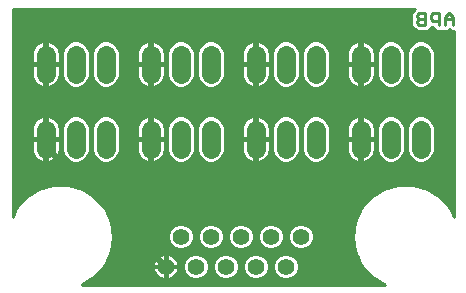
<source format=gbl>
From 3f74740bec4e1e3a9e168d84ae314b1e76705b4f Mon Sep 17 00:00:00 2001
From: Nicolas Schodet
Date: Thu, 7 Apr 2011 02:48:09 +0200
Subject: digital: batchpcb order

---
 .../pcb/orders/batchpcb_2011-04-06/spoke-basic.GBL | 2587 ++++++++++++++++++++
 1 file changed, 2587 insertions(+)
 create mode 100644 digital/io-hub/pcb/orders/batchpcb_2011-04-06/spoke-basic.GBL

(limited to 'digital/io-hub/pcb/orders/batchpcb_2011-04-06/spoke-basic.GBL')

diff --git a/digital/io-hub/pcb/orders/batchpcb_2011-04-06/spoke-basic.GBL b/digital/io-hub/pcb/orders/batchpcb_2011-04-06/spoke-basic.GBL
new file mode 100644
index 00000000..813d1d85
--- /dev/null
+++ b/digital/io-hub/pcb/orders/batchpcb_2011-04-06/spoke-basic.GBL
@@ -0,0 +1,2587 @@
+G75*
+G70*
+%OFA0B0*%
+%FSLAX24Y24*%
+%IPPOS*%
+%LPD*%
+%AMOC8*
+5,1,8,0,0,1.08239X$1,22.5*
+%
+%ADD10C,0.0100*%
+%ADD11C,0.0560*%
+%ADD12C,0.0634*%
+%ADD13C,0.0200*%
+D10*
+X002600Y000674D02*
+X002628Y000682D01*
+X002628Y000682D01*
+X003047Y000952D01*
+X003373Y001328D01*
+X003580Y001781D01*
+X003651Y002274D01*
+X003580Y002767D01*
+X003373Y003220D01*
+X003373Y003220D01*
+X003047Y003597D01*
+X002628Y003866D01*
+X002150Y004006D01*
+X001652Y004006D01*
+X001174Y003866D01*
+X000755Y003597D01*
+X000755Y003597D01*
+X000429Y003220D01*
+X000301Y002940D01*
+X000301Y009874D01*
+X013728Y009874D01*
+X013712Y009858D01*
+X013595Y009741D01*
+X013595Y009674D01*
+X013595Y009540D01*
+X013595Y009474D01*
+X013595Y009474D01*
+X013595Y009390D01*
+X013595Y009308D01*
+X013596Y009307D01*
+X013712Y009191D01*
+X013779Y009124D01*
+X013861Y009124D01*
+X014144Y009124D01*
+X014262Y009241D01*
+X014262Y009258D01*
+X014322Y009258D01*
+X014322Y009241D01*
+X014439Y009124D01*
+X014605Y009124D01*
+X014619Y009138D01*
+X014633Y009124D01*
+X014798Y009124D01*
+X014849Y009175D01*
+X014899Y009124D01*
+X015001Y009124D01*
+X015001Y002940D01*
+X014873Y003220D01*
+X014873Y003220D01*
+X014547Y003597D01*
+X014128Y003866D01*
+X013650Y004006D01*
+X013152Y004006D01*
+X012674Y003866D01*
+X012255Y003597D01*
+X012255Y003597D01*
+X012255Y003597D01*
+X011929Y003220D01*
+X011722Y002767D01*
+X011651Y002274D01*
+X011722Y001781D01*
+X011929Y001328D01*
+X012255Y000952D01*
+X012255Y000952D01*
+X012674Y000682D01*
+X012702Y000674D01*
+X002600Y000674D01*
+X002689Y000721D02*
+X012614Y000721D01*
+X012674Y000682D02*
+X012674Y000682D01*
+X012460Y000820D02*
+X002842Y000820D01*
+X002995Y000918D02*
+X005159Y000918D01*
+X005176Y000906D02*
+X005121Y000946D01*
+X005073Y000994D01*
+X005033Y001049D01*
+X005003Y001109D01*
+X004982Y001173D01*
+X004971Y001240D01*
+X004971Y001244D01*
+X005371Y001244D01*
+X005371Y001304D01*
+X004971Y001304D01*
+X004971Y001308D01*
+X004982Y001375D01*
+X005003Y001439D01*
+X005033Y001499D01*
+X005073Y001554D01*
+X005121Y001602D01*
+X005176Y001642D01*
+X005236Y001673D01*
+X005300Y001693D01*
+X005367Y001704D01*
+X005371Y001704D01*
+X005371Y001304D01*
+X005431Y001304D01*
+X005431Y001704D01*
+X005435Y001704D01*
+X005502Y001693D01*
+X005566Y001673D01*
+X005627Y001642D01*
+X005681Y001602D01*
+X005729Y001554D01*
+X005769Y001499D01*
+X005800Y001439D01*
+X005821Y001375D01*
+X005831Y001308D01*
+X005831Y001304D01*
+X005431Y001304D01*
+X005431Y001244D01*
+X005431Y000844D01*
+X005435Y000844D01*
+X005502Y000855D01*
+X005566Y000876D01*
+X005627Y000906D01*
+X005681Y000946D01*
+X005729Y000994D01*
+X005769Y001049D01*
+X005800Y001109D01*
+X005821Y001173D01*
+X005831Y001240D01*
+X005831Y001244D01*
+X005431Y001244D01*
+X005371Y001244D01*
+X005371Y000844D01*
+X005367Y000844D01*
+X005300Y000855D01*
+X005236Y000876D01*
+X005176Y000906D01*
+X005057Y001017D02*
+X003104Y001017D01*
+X003047Y000952D02*
+X003047Y000952D01*
+X003047Y000952D01*
+X003189Y001115D02*
+X005001Y001115D01*
+X004975Y001214D02*
+X003274Y001214D01*
+X003360Y001312D02*
+X004972Y001312D01*
+X004994Y001411D02*
+X003411Y001411D01*
+X003373Y001328D02*
+X003373Y001328D01*
+X003456Y001510D02*
+X005041Y001510D01*
+X005129Y001608D02*
+X003501Y001608D01*
+X003546Y001707D02*
+X011756Y001707D01*
+X011722Y001781D02*
+X011722Y001781D01*
+X011719Y001805D02*
+X003584Y001805D01*
+X003580Y001781D02*
+X003580Y001781D01*
+X003598Y001904D02*
+X005672Y001904D01*
+X005658Y001910D02*
+X005816Y001844D01*
+X005987Y001844D01*
+X006145Y001910D01*
+X006266Y002031D01*
+X006331Y002189D01*
+X006331Y002360D01*
+X006266Y002518D01*
+X006145Y002639D01*
+X005987Y002704D01*
+X005816Y002704D01*
+X005658Y002639D01*
+X005537Y002518D01*
+X005471Y002360D01*
+X005471Y002189D01*
+X005537Y002031D01*
+X005658Y001910D01*
+X005565Y002002D02*
+X003612Y002002D01*
+X003626Y002101D02*
+X005508Y002101D01*
+X005471Y002199D02*
+X003640Y002199D01*
+X003648Y002298D02*
+X005471Y002298D01*
+X005486Y002396D02*
+X003634Y002396D01*
+X003619Y002495D02*
+X005527Y002495D01*
+X005613Y002594D02*
+X003605Y002594D01*
+X003591Y002692D02*
+X005787Y002692D01*
+X006016Y002692D02*
+X006787Y002692D01*
+X006816Y002704D02*
+X006658Y002639D01*
+X006537Y002518D01*
+X006471Y002360D01*
+X006471Y002189D01*
+X006537Y002031D01*
+X006658Y001910D01*
+X006816Y001844D01*
+X006987Y001844D01*
+X007145Y001910D01*
+X007266Y002031D01*
+X007331Y002189D01*
+X007331Y002360D01*
+X007266Y002518D01*
+X007145Y002639D01*
+X006987Y002704D01*
+X006816Y002704D01*
+X007016Y002692D02*
+X007787Y002692D01*
+X007816Y002704D02*
+X007658Y002639D01*
+X007537Y002518D01*
+X007471Y002360D01*
+X007471Y002189D01*
+X007537Y002031D01*
+X007658Y001910D01*
+X007816Y001844D01*
+X007987Y001844D01*
+X008145Y001910D01*
+X008266Y002031D01*
+X008331Y002189D01*
+X008331Y002360D01*
+X008266Y002518D01*
+X008145Y002639D01*
+X007987Y002704D01*
+X007816Y002704D01*
+X008016Y002692D02*
+X008787Y002692D01*
+X008816Y002704D02*
+X008658Y002639D01*
+X008537Y002518D01*
+X008471Y002360D01*
+X008471Y002189D01*
+X008537Y002031D01*
+X008658Y001910D01*
+X008816Y001844D01*
+X008987Y001844D01*
+X009145Y001910D01*
+X009266Y002031D01*
+X009331Y002189D01*
+X009331Y002360D01*
+X009266Y002518D01*
+X009145Y002639D01*
+X008987Y002704D01*
+X008816Y002704D01*
+X009016Y002692D02*
+X009787Y002692D01*
+X009816Y002704D02*
+X009658Y002639D01*
+X009537Y002518D01*
+X009471Y002360D01*
+X009471Y002189D01*
+X009537Y002031D01*
+X009658Y001910D01*
+X009816Y001844D01*
+X009987Y001844D01*
+X010145Y001910D01*
+X010266Y002031D01*
+X010331Y002189D01*
+X010331Y002360D01*
+X010266Y002518D01*
+X010145Y002639D01*
+X009987Y002704D01*
+X009816Y002704D01*
+X010016Y002692D02*
+X011711Y002692D01*
+X011722Y002767D02*
+X011722Y002767D01*
+X011733Y002791D02*
+X003570Y002791D01*
+X003580Y002767D02*
+X003580Y002767D01*
+X003525Y002889D02*
+X011778Y002889D01*
+X011823Y002988D02*
+X003480Y002988D01*
+X003435Y003086D02*
+X011868Y003086D01*
+X011913Y003185D02*
+X003390Y003185D01*
+X003319Y003283D02*
+X011984Y003283D01*
+X011929Y003220D02*
+X011929Y003220D01*
+X012069Y003382D02*
+X003233Y003382D01*
+X003148Y003480D02*
+X012154Y003480D01*
+X012240Y003579D02*
+X003063Y003579D01*
+X003047Y003597D02*
+X003047Y003597D01*
+X002921Y003677D02*
+X012381Y003677D01*
+X012534Y003776D02*
+X002768Y003776D01*
+X002628Y003866D02*
+X002628Y003866D01*
+X002599Y003875D02*
+X012704Y003875D01*
+X012674Y003866D02*
+X012674Y003866D01*
+X013039Y003973D02*
+X002263Y003973D01*
+X002150Y004006D02*
+X002150Y004006D01*
+X001652Y004006D02*
+X001652Y004006D01*
+X001539Y003973D02*
+X000301Y003973D01*
+X000301Y003875D02*
+X001204Y003875D01*
+X001174Y003866D02*
+X001174Y003866D01*
+X001034Y003776D02*
+X000301Y003776D01*
+X000301Y003677D02*
+X000881Y003677D01*
+X000740Y003579D02*
+X000301Y003579D01*
+X000301Y003480D02*
+X000654Y003480D01*
+X000569Y003382D02*
+X000301Y003382D01*
+X000301Y003283D02*
+X000484Y003283D01*
+X000413Y003185D02*
+X000301Y003185D01*
+X000301Y003086D02*
+X000368Y003086D01*
+X000323Y002988D02*
+X000301Y002988D01*
+X000301Y004072D02*
+X015001Y004072D01*
+X015001Y004170D02*
+X000301Y004170D01*
+X000301Y004269D02*
+X015001Y004269D01*
+X015001Y004367D02*
+X000301Y004367D01*
+X000301Y004466D02*
+X015001Y004466D01*
+X015001Y004564D02*
+X000301Y004564D01*
+X000301Y004663D02*
+X015001Y004663D01*
+X015001Y004761D02*
+X014045Y004761D01*
+X013994Y004740D02*
+X014166Y004811D01*
+X014297Y004943D01*
+X014368Y005114D01*
+X014368Y005934D01*
+X014297Y006105D01*
+X014166Y006237D01*
+X013994Y006308D01*
+X013808Y006308D01*
+X013637Y006237D01*
+X013505Y006105D01*
+X013434Y005934D01*
+X013434Y005114D01*
+X013505Y004943D01*
+X013637Y004811D01*
+X013808Y004740D01*
+X013994Y004740D01*
+X014214Y004860D02*
+X015001Y004860D01*
+X015001Y004959D02*
+X014303Y004959D01*
+X014344Y005057D02*
+X015001Y005057D01*
+X015001Y005156D02*
+X014368Y005156D01*
+X014368Y005254D02*
+X015001Y005254D01*
+X015001Y005353D02*
+X014368Y005353D01*
+X014368Y005451D02*
+X015001Y005451D01*
+X015001Y005550D02*
+X014368Y005550D01*
+X014368Y005648D02*
+X015001Y005648D01*
+X015001Y005747D02*
+X014368Y005747D01*
+X014368Y005845D02*
+X015001Y005845D01*
+X015001Y005944D02*
+X014364Y005944D01*
+X014323Y006043D02*
+X015001Y006043D01*
+X015001Y006141D02*
+X014261Y006141D01*
+X014159Y006240D02*
+X015001Y006240D01*
+X015001Y006338D02*
+X000301Y006338D01*
+X000301Y006240D02*
+X001156Y006240D01*
+X001097Y006197D01*
+X001045Y006145D01*
+X001002Y006086D01*
+X000969Y006020D01*
+X000946Y005950D01*
+X000934Y005878D01*
+X000934Y005573D01*
+X001352Y005573D01*
+X001352Y005476D01*
+X000934Y005476D01*
+X000934Y005170D01*
+X000946Y005098D01*
+X000969Y005028D01*
+X001002Y004963D01*
+X001045Y004903D01*
+X001097Y004851D01*
+X001156Y004808D01*
+X001222Y004775D01*
+X001292Y004752D01*
+X001353Y004742D01*
+X001353Y005475D01*
+X001450Y005475D01*
+X001450Y004742D01*
+X001511Y004752D01*
+X001580Y004775D01*
+X001646Y004808D01*
+X001705Y004851D01*
+X001757Y004903D01*
+X001800Y004963D01*
+X001834Y005028D01*
+X001856Y005098D01*
+X001868Y005170D01*
+X001868Y005476D01*
+X001450Y005476D01*
+X001450Y005573D01*
+X001353Y005573D01*
+X001353Y006306D01*
+X001292Y006296D01*
+X001222Y006274D01*
+X001156Y006240D01*
+X001042Y006141D02*
+X000301Y006141D01*
+X000301Y006043D02*
+X000980Y006043D01*
+X000945Y005944D02*
+X000301Y005944D01*
+X000301Y005845D02*
+X000934Y005845D01*
+X000934Y005747D02*
+X000301Y005747D01*
+X000301Y005648D02*
+X000934Y005648D01*
+X000934Y005451D02*
+X000301Y005451D01*
+X000301Y005353D02*
+X000934Y005353D01*
+X000934Y005254D02*
+X000301Y005254D01*
+X000301Y005156D02*
+X000937Y005156D01*
+X000959Y005057D02*
+X000301Y005057D01*
+X000301Y004959D02*
+X001005Y004959D01*
+X001088Y004860D02*
+X000301Y004860D01*
+X000301Y004761D02*
+X001262Y004761D01*
+X001353Y004761D02*
+X001450Y004761D01*
+X001540Y004761D02*
+X002257Y004761D01*
+X002308Y004740D02*
+X002137Y004811D01*
+X002005Y004943D01*
+X001934Y005114D01*
+X001934Y005934D01*
+X002005Y006105D01*
+X002137Y006237D01*
+X002308Y006308D01*
+X002494Y006308D01*
+X002666Y006237D01*
+X002797Y006105D01*
+X002868Y005934D01*
+X002868Y005114D01*
+X002797Y004943D01*
+X002666Y004811D01*
+X002494Y004740D01*
+X002308Y004740D01*
+X002545Y004761D02*
+X003257Y004761D01*
+X003308Y004740D02*
+X003494Y004740D01*
+X003666Y004811D01*
+X003797Y004943D01*
+X003868Y005114D01*
+X003868Y005934D01*
+X003797Y006105D01*
+X003666Y006237D01*
+X003494Y006308D01*
+X003308Y006308D01*
+X003137Y006237D01*
+X003005Y006105D01*
+X002934Y005934D01*
+X002934Y005114D01*
+X003005Y004943D01*
+X003137Y004811D01*
+X003308Y004740D01*
+X003088Y004860D02*
+X002714Y004860D01*
+X002803Y004959D02*
+X002999Y004959D01*
+X002958Y005057D02*
+X002844Y005057D01*
+X002868Y005156D02*
+X002934Y005156D01*
+X002934Y005254D02*
+X002868Y005254D01*
+X002868Y005353D02*
+X002934Y005353D01*
+X002934Y005451D02*
+X002868Y005451D01*
+X002868Y005550D02*
+X002934Y005550D01*
+X002934Y005648D02*
+X002868Y005648D01*
+X002868Y005747D02*
+X002934Y005747D01*
+X002934Y005845D02*
+X002868Y005845D01*
+X002864Y005944D02*
+X002939Y005944D01*
+X002979Y006043D02*
+X002823Y006043D01*
+X002761Y006141D02*
+X003041Y006141D01*
+X003144Y006240D02*
+X002659Y006240D01*
+X002144Y006240D02*
+X001647Y006240D01*
+X001646Y006240D02*
+X001580Y006274D01*
+X001511Y006296D01*
+X001450Y006306D01*
+X001450Y005573D01*
+X001868Y005573D01*
+X001868Y005878D01*
+X001856Y005950D01*
+X001834Y006020D01*
+X001800Y006086D01*
+X001757Y006145D01*
+X001705Y006197D01*
+X001646Y006240D01*
+X001760Y006141D02*
+X002041Y006141D01*
+X001979Y006043D02*
+X001822Y006043D01*
+X001858Y005944D02*
+X001939Y005944D01*
+X001934Y005845D02*
+X001868Y005845D01*
+X001868Y005747D02*
+X001934Y005747D01*
+X001934Y005648D02*
+X001868Y005648D01*
+X001934Y005550D02*
+X001450Y005550D01*
+X001352Y005550D02*
+X000301Y005550D01*
+X001353Y005648D02*
+X001450Y005648D01*
+X001450Y005747D02*
+X001353Y005747D01*
+X001353Y005845D02*
+X001450Y005845D01*
+X001450Y005944D02*
+X001353Y005944D01*
+X001353Y006043D02*
+X001450Y006043D01*
+X001450Y006141D02*
+X001353Y006141D01*
+X001353Y006240D02*
+X001450Y006240D01*
+X001450Y005451D02*
+X001353Y005451D01*
+X001353Y005353D02*
+X001450Y005353D01*
+X001450Y005254D02*
+X001353Y005254D01*
+X001353Y005156D02*
+X001450Y005156D01*
+X001450Y005057D02*
+X001353Y005057D01*
+X001353Y004959D02*
+X001450Y004959D01*
+X001450Y004860D02*
+X001353Y004860D01*
+X001714Y004860D02*
+X002088Y004860D01*
+X001999Y004959D02*
+X001797Y004959D01*
+X001843Y005057D02*
+X001958Y005057D01*
+X001934Y005156D02*
+X001866Y005156D01*
+X001868Y005254D02*
+X001934Y005254D01*
+X001934Y005353D02*
+X001868Y005353D01*
+X001868Y005451D02*
+X001934Y005451D01*
+X003545Y004761D02*
+X004762Y004761D01*
+X004792Y004752D02*
+X004853Y004742D01*
+X004853Y005475D01*
+X004950Y005475D01*
+X004950Y004742D01*
+X005011Y004752D01*
+X005080Y004775D01*
+X005146Y004808D01*
+X005205Y004851D01*
+X005257Y004903D01*
+X005300Y004963D01*
+X005334Y005028D01*
+X005356Y005098D01*
+X005368Y005170D01*
+X005368Y005476D01*
+X004950Y005476D01*
+X004950Y005573D01*
+X004853Y005573D01*
+X004853Y006306D01*
+X004792Y006296D01*
+X004722Y006274D01*
+X004656Y006240D01*
+X003659Y006240D01*
+X003761Y006141D02*
+X004542Y006141D01*
+X004545Y006145D02*
+X004502Y006086D01*
+X004469Y006020D01*
+X004446Y005950D01*
+X004434Y005878D01*
+X004434Y005573D01*
+X004852Y005573D01*
+X004852Y005476D01*
+X004434Y005476D01*
+X004434Y005170D01*
+X004446Y005098D01*
+X004469Y005028D01*
+X004502Y004963D01*
+X004545Y004903D01*
+X004597Y004851D01*
+X004656Y004808D01*
+X004722Y004775D01*
+X004792Y004752D01*
+X004853Y004761D02*
+X004950Y004761D01*
+X005040Y004761D02*
+X005757Y004761D01*
+X005808Y004740D02*
+X005994Y004740D01*
+X006166Y004811D01*
+X006297Y004943D01*
+X006368Y005114D01*
+X006368Y005934D01*
+X006297Y006105D01*
+X006166Y006237D01*
+X005994Y006308D01*
+X005808Y006308D01*
+X005637Y006237D01*
+X005505Y006105D01*
+X005434Y005934D01*
+X005434Y005114D01*
+X005505Y004943D01*
+X005637Y004811D01*
+X005808Y004740D01*
+X005588Y004860D02*
+X005214Y004860D01*
+X005297Y004959D02*
+X005499Y004959D01*
+X005458Y005057D02*
+X005343Y005057D01*
+X005366Y005156D02*
+X005434Y005156D01*
+X005434Y005254D02*
+X005368Y005254D01*
+X005368Y005353D02*
+X005434Y005353D01*
+X005434Y005451D02*
+X005368Y005451D01*
+X005434Y005550D02*
+X004950Y005550D01*
+X004950Y005573D02*
+X005368Y005573D01*
+X005368Y005878D01*
+X005356Y005950D01*
+X005334Y006020D01*
+X005300Y006086D01*
+X005257Y006145D01*
+X005205Y006197D01*
+X005146Y006240D01*
+X005080Y006274D01*
+X005011Y006296D01*
+X004950Y006306D01*
+X004950Y005573D01*
+X004950Y005648D02*
+X004853Y005648D01*
+X004852Y005550D02*
+X003868Y005550D01*
+X003868Y005648D02*
+X004434Y005648D01*
+X004434Y005747D02*
+X003868Y005747D01*
+X003868Y005845D02*
+X004434Y005845D01*
+X004445Y005944D02*
+X003864Y005944D01*
+X003823Y006043D02*
+X004480Y006043D01*
+X004545Y006145D02*
+X004597Y006197D01*
+X004656Y006240D01*
+X004853Y006240D02*
+X004950Y006240D01*
+X004950Y006141D02*
+X004853Y006141D01*
+X004853Y006043D02*
+X004950Y006043D01*
+X004950Y005944D02*
+X004853Y005944D01*
+X004853Y005845D02*
+X004950Y005845D01*
+X004950Y005747D02*
+X004853Y005747D01*
+X004853Y005451D02*
+X004950Y005451D01*
+X004950Y005353D02*
+X004853Y005353D01*
+X004853Y005254D02*
+X004950Y005254D01*
+X004950Y005156D02*
+X004853Y005156D01*
+X004853Y005057D02*
+X004950Y005057D01*
+X004950Y004959D02*
+X004853Y004959D01*
+X004853Y004860D02*
+X004950Y004860D01*
+X004588Y004860D02*
+X003714Y004860D01*
+X003803Y004959D02*
+X004505Y004959D01*
+X004459Y005057D02*
+X003844Y005057D01*
+X003868Y005156D02*
+X004437Y005156D01*
+X004434Y005254D02*
+X003868Y005254D01*
+X003868Y005353D02*
+X004434Y005353D01*
+X004434Y005451D02*
+X003868Y005451D01*
+X005147Y006240D02*
+X005644Y006240D01*
+X005541Y006141D02*
+X005260Y006141D01*
+X005322Y006043D02*
+X005479Y006043D01*
+X005439Y005944D02*
+X005358Y005944D01*
+X005368Y005845D02*
+X005434Y005845D01*
+X005434Y005747D02*
+X005368Y005747D01*
+X005368Y005648D02*
+X005434Y005648D01*
+X006261Y006141D02*
+X006541Y006141D01*
+X006505Y006105D02*
+X006434Y005934D01*
+X006434Y005114D01*
+X006505Y004943D01*
+X006637Y004811D01*
+X006808Y004740D01*
+X006994Y004740D01*
+X007166Y004811D01*
+X007297Y004943D01*
+X007368Y005114D01*
+X007368Y005934D01*
+X007297Y006105D01*
+X007166Y006237D01*
+X006994Y006308D01*
+X006808Y006308D01*
+X006637Y006237D01*
+X006505Y006105D01*
+X006479Y006043D02*
+X006323Y006043D01*
+X006364Y005944D02*
+X006439Y005944D01*
+X006434Y005845D02*
+X006368Y005845D01*
+X006368Y005747D02*
+X006434Y005747D01*
+X006434Y005648D02*
+X006368Y005648D01*
+X006368Y005550D02*
+X006434Y005550D01*
+X006434Y005451D02*
+X006368Y005451D01*
+X006368Y005353D02*
+X006434Y005353D01*
+X006434Y005254D02*
+X006368Y005254D01*
+X006368Y005156D02*
+X006434Y005156D01*
+X006458Y005057D02*
+X006344Y005057D01*
+X006303Y004959D02*
+X006499Y004959D01*
+X006588Y004860D02*
+X006214Y004860D01*
+X006045Y004761D02*
+X006757Y004761D01*
+X007045Y004761D02*
+X008262Y004761D01*
+X008292Y004752D02*
+X008222Y004775D01*
+X008156Y004808D01*
+X008097Y004851D01*
+X008045Y004903D01*
+X008002Y004963D01*
+X007969Y005028D01*
+X007946Y005098D01*
+X007934Y005170D01*
+X007934Y005476D01*
+X008352Y005476D01*
+X008352Y005573D01*
+X007934Y005573D01*
+X007934Y005878D01*
+X007946Y005950D01*
+X007969Y006020D01*
+X008002Y006086D01*
+X008045Y006145D01*
+X008097Y006197D01*
+X008156Y006240D01*
+X007159Y006240D01*
+X007261Y006141D02*
+X008042Y006141D01*
+X007980Y006043D02*
+X007323Y006043D01*
+X007364Y005944D02*
+X007945Y005944D01*
+X007934Y005845D02*
+X007368Y005845D01*
+X007368Y005747D02*
+X007934Y005747D01*
+X007934Y005648D02*
+X007368Y005648D01*
+X007368Y005550D02*
+X008352Y005550D01*
+X008353Y005573D02*
+X008353Y006306D01*
+X008292Y006296D01*
+X008222Y006274D01*
+X008156Y006240D01*
+X008353Y006240D02*
+X008450Y006240D01*
+X008450Y006306D02*
+X008450Y005573D01*
+X008353Y005573D01*
+X008353Y005648D02*
+X008450Y005648D01*
+X008450Y005573D02*
+X008868Y005573D01*
+X008868Y005878D01*
+X008856Y005950D01*
+X008834Y006020D01*
+X008800Y006086D01*
+X008757Y006145D01*
+X008705Y006197D01*
+X008646Y006240D01*
+X008580Y006274D01*
+X008511Y006296D01*
+X008450Y006306D01*
+X008450Y006141D02*
+X008353Y006141D01*
+X008353Y006043D02*
+X008450Y006043D01*
+X008450Y005944D02*
+X008353Y005944D01*
+X008353Y005845D02*
+X008450Y005845D01*
+X008450Y005747D02*
+X008353Y005747D01*
+X008450Y005573D02*
+X008450Y005476D01*
+X008868Y005476D01*
+X008868Y005170D01*
+X008856Y005098D01*
+X008834Y005028D01*
+X008800Y004963D01*
+X008757Y004903D01*
+X008705Y004851D01*
+X008646Y004808D01*
+X008580Y004775D01*
+X008511Y004752D01*
+X008450Y004742D01*
+X008450Y005475D01*
+X008353Y005475D01*
+X008353Y004742D01*
+X008292Y004752D01*
+X008353Y004761D02*
+X008450Y004761D01*
+X008540Y004761D02*
+X009257Y004761D01*
+X009308Y004740D02*
+X009494Y004740D01*
+X009666Y004811D01*
+X009797Y004943D01*
+X009868Y005114D01*
+X009868Y005934D01*
+X009797Y006105D01*
+X009666Y006237D01*
+X009494Y006308D01*
+X009308Y006308D01*
+X009137Y006237D01*
+X009005Y006105D01*
+X008934Y005934D01*
+X008934Y005114D01*
+X009005Y004943D01*
+X009137Y004811D01*
+X009308Y004740D01*
+X009088Y004860D02*
+X008714Y004860D01*
+X008797Y004959D02*
+X008999Y004959D01*
+X008958Y005057D02*
+X008843Y005057D01*
+X008866Y005156D02*
+X008934Y005156D01*
+X008934Y005254D02*
+X008868Y005254D01*
+X008868Y005353D02*
+X008934Y005353D01*
+X008934Y005451D02*
+X008868Y005451D01*
+X008934Y005550D02*
+X008450Y005550D01*
+X008450Y005451D02*
+X008353Y005451D01*
+X008353Y005353D02*
+X008450Y005353D01*
+X008450Y005254D02*
+X008353Y005254D01*
+X008353Y005156D02*
+X008450Y005156D01*
+X008450Y005057D02*
+X008353Y005057D01*
+X008353Y004959D02*
+X008450Y004959D01*
+X008450Y004860D02*
+X008353Y004860D01*
+X008088Y004860D02*
+X007214Y004860D01*
+X007303Y004959D02*
+X008005Y004959D01*
+X007959Y005057D02*
+X007344Y005057D01*
+X007368Y005156D02*
+X007937Y005156D01*
+X007934Y005254D02*
+X007368Y005254D01*
+X007368Y005353D02*
+X007934Y005353D01*
+X007934Y005451D02*
+X007368Y005451D01*
+X006644Y006240D02*
+X006159Y006240D01*
+X005994Y007240D02*
+X005808Y007240D01*
+X005637Y007311D01*
+X005505Y007443D01*
+X005434Y007614D01*
+X005434Y008434D01*
+X005505Y008605D01*
+X005287Y008605D01*
+X005300Y008586D02*
+X005257Y008645D01*
+X005205Y008697D01*
+X005146Y008740D01*
+X005080Y008774D01*
+X005011Y008796D01*
+X004950Y008806D01*
+X004950Y008073D01*
+X004853Y008073D01*
+X004853Y008806D01*
+X004792Y008796D01*
+X004722Y008774D01*
+X004656Y008740D01*
+X004597Y008697D01*
+X004545Y008645D01*
+X004502Y008586D01*
+X004469Y008520D01*
+X004446Y008450D01*
+X004434Y008378D01*
+X004434Y008073D01*
+X004852Y008073D01*
+X004852Y007976D01*
+X004434Y007976D01*
+X004434Y007670D01*
+X004446Y007598D01*
+X004469Y007528D01*
+X004502Y007463D01*
+X004545Y007403D01*
+X004597Y007351D01*
+X004656Y007308D01*
+X004722Y007275D01*
+X004792Y007252D01*
+X004853Y007242D01*
+X004853Y007975D01*
+X004950Y007975D01*
+X004950Y007242D01*
+X005011Y007252D01*
+X005080Y007275D01*
+X005146Y007308D01*
+X005205Y007351D01*
+X005257Y007403D01*
+X005300Y007463D01*
+X005334Y007528D01*
+X005356Y007598D01*
+X005368Y007670D01*
+X005368Y007976D01*
+X004950Y007976D01*
+X004950Y008073D01*
+X005368Y008073D01*
+X005368Y008378D01*
+X005356Y008450D01*
+X005334Y008520D01*
+X005300Y008586D01*
+X005338Y008506D02*
+X005464Y008506D01*
+X005434Y008408D02*
+X005363Y008408D01*
+X005368Y008309D02*
+X005434Y008309D01*
+X005434Y008210D02*
+X005368Y008210D01*
+X005368Y008112D02*
+X005434Y008112D01*
+X005434Y008013D02*
+X004950Y008013D01*
+X004852Y008013D02*
+X003868Y008013D01*
+X003868Y007915D02*
+X004434Y007915D01*
+X004434Y007816D02*
+X003868Y007816D01*
+X003868Y007718D02*
+X004434Y007718D01*
+X004442Y007619D02*
+X003868Y007619D01*
+X003868Y007614D02*
+X003868Y008434D01*
+X003797Y008605D01*
+X003666Y008737D01*
+X003494Y008808D01*
+X003308Y008808D01*
+X003137Y008737D01*
+X003005Y008605D01*
+X002797Y008605D01*
+X002666Y008737D01*
+X002494Y008808D01*
+X002308Y008808D01*
+X002137Y008737D01*
+X002005Y008605D01*
+X001787Y008605D01*
+X001800Y008586D02*
+X001757Y008645D01*
+X001705Y008697D01*
+X001646Y008740D01*
+X001580Y008774D01*
+X001511Y008796D01*
+X001450Y008806D01*
+X001450Y008073D01*
+X001353Y008073D01*
+X001353Y008806D01*
+X001292Y008796D01*
+X001222Y008774D01*
+X001156Y008740D01*
+X001097Y008697D01*
+X001045Y008645D01*
+X001002Y008586D01*
+X000969Y008520D01*
+X000946Y008450D01*
+X000934Y008378D01*
+X000934Y008073D01*
+X001352Y008073D01*
+X001352Y007976D01*
+X000934Y007976D01*
+X000934Y007670D01*
+X000946Y007598D01*
+X000969Y007528D01*
+X001002Y007463D01*
+X001045Y007403D01*
+X001097Y007351D01*
+X001156Y007308D01*
+X001222Y007275D01*
+X001292Y007252D01*
+X001353Y007242D01*
+X001353Y007975D01*
+X001450Y007975D01*
+X001450Y007242D01*
+X001511Y007252D01*
+X001580Y007275D01*
+X001646Y007308D01*
+X001705Y007351D01*
+X001757Y007403D01*
+X001800Y007463D01*
+X001834Y007528D01*
+X001856Y007598D01*
+X001868Y007670D01*
+X001868Y007976D01*
+X001450Y007976D01*
+X001450Y008073D01*
+X001868Y008073D01*
+X001868Y008378D01*
+X001856Y008450D01*
+X001834Y008520D01*
+X001800Y008586D01*
+X001838Y008506D02*
+X001964Y008506D01*
+X001934Y008434D02*
+X002005Y008605D01*
+X002103Y008703D02*
+X001697Y008703D01*
+X001476Y008802D02*
+X002294Y008802D01*
+X002509Y008802D02*
+X003294Y008802D01*
+X003509Y008802D02*
+X004826Y008802D01*
+X004853Y008802D02*
+X004950Y008802D01*
+X004976Y008802D02*
+X005794Y008802D01*
+X005808Y008808D02*
+X005637Y008737D01*
+X005505Y008605D01*
+X005603Y008703D02*
+X005197Y008703D01*
+X004950Y008703D02*
+X004853Y008703D01*
+X004853Y008605D02*
+X004950Y008605D01*
+X004950Y008506D02*
+X004853Y008506D01*
+X004853Y008408D02*
+X004950Y008408D01*
+X004950Y008309D02*
+X004853Y008309D01*
+X004853Y008210D02*
+X004950Y008210D01*
+X004950Y008112D02*
+X004853Y008112D01*
+X004853Y007915D02*
+X004950Y007915D01*
+X004950Y007816D02*
+X004853Y007816D01*
+X004853Y007718D02*
+X004950Y007718D01*
+X004950Y007619D02*
+X004853Y007619D01*
+X004853Y007521D02*
+X004950Y007521D01*
+X004950Y007422D02*
+X004853Y007422D01*
+X004853Y007324D02*
+X004950Y007324D01*
+X005167Y007324D02*
+X005625Y007324D01*
+X005526Y007422D02*
+X005271Y007422D01*
+X005330Y007521D02*
+X005473Y007521D01*
+X005434Y007619D02*
+X005360Y007619D01*
+X005368Y007718D02*
+X005434Y007718D01*
+X005434Y007816D02*
+X005368Y007816D01*
+X005368Y007915D02*
+X005434Y007915D01*
+X005994Y007240D02*
+X006166Y007311D01*
+X006297Y007443D01*
+X006368Y007614D01*
+X006368Y008434D01*
+X006297Y008605D01*
+X006166Y008737D01*
+X005994Y008808D01*
+X005808Y008808D01*
+X006009Y008802D02*
+X006794Y008802D01*
+X006808Y008808D02*
+X006637Y008737D01*
+X006505Y008605D01*
+X006297Y008605D01*
+X006338Y008506D02*
+X006464Y008506D01*
+X006434Y008434D02*
+X006505Y008605D01*
+X006603Y008703D02*
+X006199Y008703D01*
+X006368Y008408D02*
+X006434Y008408D01*
+X006434Y008434D02*
+X006434Y007614D01*
+X006505Y007443D01*
+X006637Y007311D01*
+X006808Y007240D01*
+X006994Y007240D01*
+X007166Y007311D01*
+X007297Y007443D01*
+X007368Y007614D01*
+X007368Y008434D01*
+X007297Y008605D01*
+X007166Y008737D01*
+X006994Y008808D01*
+X006808Y008808D01*
+X007009Y008802D02*
+X008326Y008802D01*
+X008353Y008802D02*
+X008450Y008802D01*
+X008450Y008806D02*
+X008450Y008073D01*
+X008353Y008073D01*
+X008353Y008806D01*
+X008292Y008796D01*
+X008222Y008774D01*
+X008156Y008740D01*
+X008097Y008697D01*
+X008045Y008645D01*
+X008002Y008586D01*
+X007969Y008520D01*
+X007946Y008450D01*
+X007934Y008378D01*
+X007934Y008073D01*
+X008352Y008073D01*
+X008352Y007976D01*
+X007934Y007976D01*
+X007934Y007670D01*
+X007946Y007598D01*
+X007969Y007528D01*
+X008002Y007463D01*
+X008045Y007403D01*
+X008097Y007351D01*
+X008156Y007308D01*
+X008222Y007275D01*
+X008292Y007252D01*
+X008353Y007242D01*
+X008353Y007975D01*
+X008450Y007975D01*
+X008450Y007242D01*
+X008511Y007252D01*
+X008580Y007275D01*
+X008646Y007308D01*
+X008705Y007351D01*
+X008757Y007403D01*
+X008800Y007463D01*
+X008834Y007528D01*
+X008856Y007598D01*
+X008868Y007670D01*
+X008868Y007976D01*
+X008450Y007976D01*
+X008450Y008073D01*
+X008868Y008073D01*
+X008868Y008378D01*
+X008856Y008450D01*
+X008834Y008520D01*
+X008800Y008586D01*
+X008757Y008645D01*
+X008705Y008697D01*
+X008646Y008740D01*
+X008580Y008774D01*
+X008511Y008796D01*
+X008450Y008806D01*
+X008476Y008802D02*
+X009294Y008802D01*
+X009308Y008808D02*
+X009137Y008737D01*
+X009005Y008605D01*
+X008787Y008605D01*
+X008838Y008506D02*
+X008964Y008506D01*
+X008934Y008434D02*
+X009005Y008605D01*
+X009103Y008703D02*
+X008697Y008703D01*
+X008450Y008703D02*
+X008353Y008703D01*
+X008353Y008605D02*
+X008450Y008605D01*
+X008450Y008506D02*
+X008353Y008506D01*
+X008353Y008408D02*
+X008450Y008408D01*
+X008450Y008309D02*
+X008353Y008309D01*
+X008353Y008210D02*
+X008450Y008210D01*
+X008450Y008112D02*
+X008353Y008112D01*
+X008352Y008013D02*
+X007368Y008013D01*
+X007368Y007915D02*
+X007934Y007915D01*
+X007934Y007816D02*
+X007368Y007816D01*
+X007368Y007718D02*
+X007934Y007718D01*
+X007942Y007619D02*
+X007368Y007619D01*
+X007329Y007521D02*
+X007972Y007521D01*
+X008031Y007422D02*
+X007276Y007422D01*
+X007178Y007324D02*
+X008135Y007324D01*
+X008353Y007324D02*
+X008450Y007324D01*
+X008450Y007422D02*
+X008353Y007422D01*
+X008353Y007521D02*
+X008450Y007521D01*
+X008450Y007619D02*
+X008353Y007619D01*
+X008353Y007718D02*
+X008450Y007718D01*
+X008450Y007816D02*
+X008353Y007816D01*
+X008353Y007915D02*
+X008450Y007915D01*
+X008450Y008013D02*
+X008934Y008013D01*
+X008934Y007915D02*
+X008868Y007915D01*
+X008868Y007816D02*
+X008934Y007816D01*
+X008934Y007718D02*
+X008868Y007718D01*
+X008860Y007619D02*
+X008934Y007619D01*
+X008934Y007614D02*
+X009005Y007443D01*
+X009137Y007311D01*
+X009308Y007240D01*
+X009494Y007240D01*
+X009666Y007311D01*
+X009797Y007443D01*
+X009868Y007614D01*
+X009868Y008434D01*
+X009797Y008605D01*
+X009666Y008737D01*
+X009494Y008808D01*
+X009308Y008808D01*
+X009509Y008802D02*
+X010294Y008802D01*
+X010308Y008808D02*
+X010137Y008737D01*
+X010005Y008605D01*
+X009797Y008605D01*
+X009838Y008506D02*
+X009964Y008506D01*
+X009934Y008434D02*
+X010005Y008605D01*
+X010103Y008703D02*
+X009699Y008703D01*
+X009868Y008408D02*
+X009934Y008408D01*
+X009934Y008434D02*
+X009934Y007614D01*
+X010005Y007443D01*
+X010137Y007311D01*
+X010308Y007240D01*
+X010494Y007240D01*
+X010666Y007311D01*
+X010797Y007443D01*
+X010868Y007614D01*
+X010868Y008434D01*
+X010797Y008605D01*
+X010666Y008737D01*
+X010494Y008808D01*
+X010308Y008808D01*
+X010509Y008802D02*
+X011826Y008802D01*
+X011853Y008802D02*
+X011950Y008802D01*
+X011950Y008806D02*
+X011950Y008073D01*
+X011853Y008073D01*
+X011853Y008806D01*
+X011792Y008796D01*
+X011722Y008774D01*
+X011656Y008740D01*
+X011597Y008697D01*
+X011545Y008645D01*
+X011502Y008586D01*
+X011469Y008520D01*
+X011446Y008450D01*
+X011434Y008378D01*
+X011434Y008073D01*
+X011852Y008073D01*
+X011852Y007976D01*
+X011434Y007976D01*
+X011434Y007670D01*
+X011446Y007598D01*
+X011469Y007528D01*
+X011502Y007463D01*
+X011545Y007403D01*
+X011597Y007351D01*
+X011656Y007308D01*
+X011722Y007275D01*
+X011792Y007252D01*
+X011853Y007242D01*
+X011853Y007975D01*
+X011950Y007975D01*
+X011950Y007242D01*
+X012011Y007252D01*
+X012080Y007275D01*
+X012146Y007308D01*
+X012205Y007351D01*
+X012257Y007403D01*
+X012300Y007463D01*
+X012334Y007528D01*
+X012356Y007598D01*
+X012368Y007670D01*
+X012368Y007976D01*
+X011950Y007976D01*
+X011950Y008073D01*
+X012368Y008073D01*
+X012368Y008378D01*
+X012356Y008450D01*
+X012334Y008520D01*
+X012300Y008586D01*
+X012257Y008645D01*
+X012205Y008697D01*
+X012146Y008740D01*
+X012080Y008774D01*
+X012011Y008796D01*
+X011950Y008806D01*
+X011976Y008802D02*
+X012794Y008802D01*
+X012808Y008808D02*
+X012637Y008737D01*
+X012505Y008605D01*
+X012287Y008605D01*
+X012338Y008506D02*
+X012464Y008506D01*
+X012434Y008434D02*
+X012505Y008605D01*
+X012603Y008703D02*
+X012197Y008703D01*
+X011950Y008703D02*
+X011853Y008703D01*
+X011853Y008605D02*
+X011950Y008605D01*
+X011950Y008506D02*
+X011853Y008506D01*
+X011853Y008408D02*
+X011950Y008408D01*
+X011950Y008309D02*
+X011853Y008309D01*
+X011853Y008210D02*
+X011950Y008210D01*
+X011950Y008112D02*
+X011853Y008112D01*
+X011852Y008013D02*
+X010868Y008013D01*
+X010868Y007915D02*
+X011434Y007915D01*
+X011434Y007816D02*
+X010868Y007816D01*
+X010868Y007718D02*
+X011434Y007718D01*
+X011442Y007619D02*
+X010868Y007619D01*
+X010829Y007521D02*
+X011472Y007521D01*
+X011531Y007422D02*
+X010776Y007422D01*
+X010678Y007324D02*
+X011635Y007324D01*
+X011853Y007324D02*
+X011950Y007324D01*
+X011950Y007422D02*
+X011853Y007422D01*
+X011853Y007521D02*
+X011950Y007521D01*
+X011950Y007619D02*
+X011853Y007619D01*
+X011853Y007718D02*
+X011950Y007718D01*
+X011950Y007816D02*
+X011853Y007816D01*
+X011853Y007915D02*
+X011950Y007915D01*
+X011950Y008013D02*
+X012434Y008013D01*
+X012434Y007915D02*
+X012368Y007915D01*
+X012368Y007816D02*
+X012434Y007816D01*
+X012434Y007718D02*
+X012368Y007718D01*
+X012360Y007619D02*
+X012434Y007619D01*
+X012434Y007614D02*
+X012505Y007443D01*
+X012637Y007311D01*
+X012808Y007240D01*
+X012994Y007240D01*
+X013166Y007311D01*
+X013297Y007443D01*
+X013368Y007614D01*
+X013368Y008434D01*
+X013297Y008605D01*
+X013166Y008737D01*
+X012994Y008808D01*
+X012808Y008808D01*
+X013009Y008802D02*
+X013794Y008802D01*
+X013808Y008808D02*
+X013637Y008737D01*
+X013505Y008605D01*
+X013297Y008605D01*
+X013338Y008506D02*
+X013464Y008506D01*
+X013434Y008434D02*
+X013505Y008605D01*
+X013603Y008703D02*
+X013199Y008703D01*
+X013368Y008408D02*
+X013434Y008408D01*
+X013434Y008434D02*
+X013434Y007614D01*
+X013505Y007443D01*
+X013637Y007311D01*
+X013808Y007240D01*
+X013994Y007240D01*
+X014166Y007311D01*
+X014297Y007443D01*
+X014368Y007614D01*
+X014368Y008434D01*
+X014297Y008605D01*
+X014166Y008737D01*
+X013994Y008808D01*
+X013808Y008808D01*
+X014009Y008802D02*
+X015001Y008802D01*
+X015001Y008900D02*
+X000301Y008900D01*
+X000301Y008802D02*
+X001326Y008802D01*
+X001353Y008802D02*
+X001450Y008802D01*
+X001450Y008703D02*
+X001353Y008703D01*
+X001353Y008605D02*
+X001450Y008605D01*
+X001450Y008506D02*
+X001353Y008506D01*
+X001353Y008408D02*
+X001450Y008408D01*
+X001450Y008309D02*
+X001353Y008309D01*
+X001353Y008210D02*
+X001450Y008210D01*
+X001450Y008112D02*
+X001353Y008112D01*
+X001352Y008013D02*
+X000301Y008013D01*
+X000301Y007915D02*
+X000934Y007915D01*
+X000934Y007816D02*
+X000301Y007816D01*
+X000301Y007718D02*
+X000934Y007718D01*
+X000942Y007619D02*
+X000301Y007619D01*
+X000301Y007521D02*
+X000972Y007521D01*
+X001031Y007422D02*
+X000301Y007422D01*
+X000301Y007324D02*
+X001135Y007324D01*
+X001353Y007324D02*
+X001450Y007324D01*
+X001450Y007422D02*
+X001353Y007422D01*
+X001353Y007521D02*
+X001450Y007521D01*
+X001450Y007619D02*
+X001353Y007619D01*
+X001353Y007718D02*
+X001450Y007718D01*
+X001450Y007816D02*
+X001353Y007816D01*
+X001353Y007915D02*
+X001450Y007915D01*
+X001450Y008013D02*
+X001934Y008013D01*
+X001934Y007915D02*
+X001868Y007915D01*
+X001868Y007816D02*
+X001934Y007816D01*
+X001934Y007718D02*
+X001868Y007718D01*
+X001860Y007619D02*
+X001934Y007619D01*
+X001934Y007614D02*
+X002005Y007443D01*
+X002137Y007311D01*
+X002308Y007240D01*
+X002494Y007240D01*
+X002666Y007311D01*
+X002797Y007443D01*
+X002868Y007614D01*
+X002868Y008434D01*
+X002797Y008605D01*
+X002838Y008506D02*
+X002964Y008506D01*
+X002934Y008434D02*
+X003005Y008605D01*
+X003103Y008703D02*
+X002699Y008703D01*
+X002868Y008408D02*
+X002934Y008408D01*
+X002934Y008434D02*
+X002934Y007614D01*
+X003005Y007443D01*
+X003137Y007311D01*
+X003308Y007240D01*
+X003494Y007240D01*
+X003666Y007311D01*
+X003797Y007443D01*
+X003868Y007614D01*
+X003829Y007521D02*
+X004472Y007521D01*
+X004531Y007422D02*
+X003776Y007422D01*
+X003678Y007324D02*
+X004635Y007324D01*
+X004434Y008112D02*
+X003868Y008112D01*
+X003868Y008210D02*
+X004434Y008210D01*
+X004434Y008309D02*
+X003868Y008309D01*
+X003868Y008408D02*
+X004439Y008408D01*
+X004464Y008506D02*
+X003838Y008506D01*
+X003797Y008605D02*
+X004516Y008605D01*
+X004606Y008703D02*
+X003699Y008703D01*
+X002934Y008309D02*
+X002868Y008309D01*
+X002868Y008210D02*
+X002934Y008210D01*
+X002934Y008112D02*
+X002868Y008112D01*
+X002868Y008013D02*
+X002934Y008013D01*
+X002934Y007915D02*
+X002868Y007915D01*
+X002868Y007816D02*
+X002934Y007816D01*
+X002934Y007718D02*
+X002868Y007718D01*
+X002868Y007619D02*
+X002934Y007619D01*
+X002973Y007521D02*
+X002829Y007521D01*
+X002776Y007422D02*
+X003026Y007422D01*
+X003125Y007324D02*
+X002678Y007324D01*
+X002125Y007324D02*
+X001667Y007324D01*
+X001771Y007422D02*
+X002026Y007422D01*
+X001973Y007521D02*
+X001830Y007521D01*
+X001934Y007614D02*
+X001934Y008434D01*
+X001934Y008408D02*
+X001863Y008408D01*
+X001868Y008309D02*
+X001934Y008309D01*
+X001934Y008210D02*
+X001868Y008210D01*
+X001868Y008112D02*
+X001934Y008112D01*
+X000934Y008112D02*
+X000301Y008112D01*
+X000301Y008210D02*
+X000934Y008210D01*
+X000934Y008309D02*
+X000301Y008309D01*
+X000301Y008408D02*
+X000939Y008408D01*
+X000964Y008506D02*
+X000301Y008506D01*
+X000301Y008605D02*
+X001016Y008605D01*
+X001106Y008703D02*
+X000301Y008703D01*
+X000301Y008999D02*
+X015001Y008999D01*
+X015001Y009097D02*
+X000301Y009097D01*
+X000301Y009196D02*
+X013707Y009196D01*
+X013712Y009191D02*
+X013712Y009191D01*
+X013779Y009124D02*
+X013779Y009124D01*
+X013779Y009124D01*
+X013861Y009324D02*
+X014062Y009324D01*
+X014062Y009724D01*
+X013861Y009724D01*
+X013795Y009658D01*
+X013795Y009591D01*
+X013861Y009524D01*
+X014062Y009524D01*
+X013861Y009524D02*
+X013795Y009458D01*
+X013795Y009391D01*
+X013861Y009324D01*
+X013608Y009294D02*
+X000301Y009294D01*
+X000301Y009393D02*
+X013595Y009393D01*
+X013595Y009308D02*
+X013595Y009308D01*
+X013595Y009492D02*
+X000301Y009492D01*
+X000301Y009590D02*
+X013595Y009590D01*
+X013595Y009689D02*
+X000301Y009689D01*
+X000301Y009787D02*
+X013641Y009787D01*
+X014255Y009658D02*
+X014255Y009524D01*
+X014322Y009458D01*
+X014522Y009458D01*
+X014522Y009324D02*
+X014522Y009724D01*
+X014322Y009724D01*
+X014255Y009658D01*
+X014715Y009591D02*
+X014715Y009324D01*
+X014982Y009324D02*
+X014982Y009591D01*
+X014849Y009724D01*
+X014715Y009591D01*
+X014715Y009524D02*
+X014982Y009524D01*
+X014367Y009196D02*
+X014216Y009196D01*
+X014199Y008703D02*
+X015001Y008703D01*
+X015001Y008605D02*
+X014297Y008605D01*
+X014338Y008506D02*
+X015001Y008506D01*
+X015001Y008408D02*
+X014368Y008408D01*
+X014368Y008309D02*
+X015001Y008309D01*
+X015001Y008210D02*
+X014368Y008210D01*
+X014368Y008112D02*
+X015001Y008112D01*
+X015001Y008013D02*
+X014368Y008013D01*
+X014368Y007915D02*
+X015001Y007915D01*
+X015001Y007816D02*
+X014368Y007816D01*
+X014368Y007718D02*
+X015001Y007718D01*
+X015001Y007619D02*
+X014368Y007619D01*
+X014329Y007521D02*
+X015001Y007521D01*
+X015001Y007422D02*
+X014276Y007422D01*
+X014178Y007324D02*
+X015001Y007324D01*
+X015001Y007225D02*
+X000301Y007225D01*
+X000301Y007126D02*
+X015001Y007126D01*
+X015001Y007028D02*
+X000301Y007028D01*
+X000301Y006929D02*
+X015001Y006929D01*
+X015001Y006831D02*
+X000301Y006831D01*
+X000301Y006732D02*
+X015001Y006732D01*
+X015001Y006634D02*
+X000301Y006634D01*
+X000301Y006535D02*
+X015001Y006535D01*
+X015001Y006437D02*
+X000301Y006437D01*
+X006178Y007324D02*
+X006625Y007324D01*
+X006526Y007422D02*
+X006276Y007422D01*
+X006329Y007521D02*
+X006473Y007521D01*
+X006434Y007619D02*
+X006368Y007619D01*
+X006368Y007718D02*
+X006434Y007718D01*
+X006434Y007816D02*
+X006368Y007816D01*
+X006368Y007915D02*
+X006434Y007915D01*
+X006434Y008013D02*
+X006368Y008013D01*
+X006368Y008112D02*
+X006434Y008112D01*
+X006434Y008210D02*
+X006368Y008210D01*
+X006368Y008309D02*
+X006434Y008309D01*
+X007199Y008703D02*
+X008106Y008703D01*
+X008016Y008605D02*
+X007297Y008605D01*
+X007338Y008506D02*
+X007964Y008506D01*
+X007939Y008408D02*
+X007368Y008408D01*
+X007368Y008309D02*
+X007934Y008309D01*
+X007934Y008210D02*
+X007368Y008210D01*
+X007368Y008112D02*
+X007934Y008112D01*
+X008868Y008112D02*
+X008934Y008112D01*
+X008934Y008210D02*
+X008868Y008210D01*
+X008868Y008309D02*
+X008934Y008309D01*
+X008934Y008408D02*
+X008863Y008408D01*
+X008934Y008434D02*
+X008934Y007614D01*
+X008973Y007521D02*
+X008830Y007521D01*
+X008771Y007422D02*
+X009026Y007422D01*
+X009125Y007324D02*
+X008667Y007324D01*
+X009678Y007324D02*
+X010125Y007324D01*
+X010026Y007422D02*
+X009776Y007422D01*
+X009829Y007521D02*
+X009973Y007521D01*
+X009934Y007619D02*
+X009868Y007619D01*
+X009868Y007718D02*
+X009934Y007718D01*
+X009934Y007816D02*
+X009868Y007816D01*
+X009868Y007915D02*
+X009934Y007915D01*
+X009934Y008013D02*
+X009868Y008013D01*
+X009868Y008112D02*
+X009934Y008112D01*
+X009934Y008210D02*
+X009868Y008210D01*
+X009868Y008309D02*
+X009934Y008309D01*
+X010699Y008703D02*
+X011606Y008703D01*
+X011516Y008605D02*
+X010797Y008605D01*
+X010838Y008506D02*
+X011464Y008506D01*
+X011439Y008408D02*
+X010868Y008408D01*
+X010868Y008309D02*
+X011434Y008309D01*
+X011434Y008210D02*
+X010868Y008210D01*
+X010868Y008112D02*
+X011434Y008112D01*
+X012368Y008112D02*
+X012434Y008112D01*
+X012434Y008210D02*
+X012368Y008210D01*
+X012368Y008309D02*
+X012434Y008309D01*
+X012434Y008408D02*
+X012363Y008408D01*
+X012434Y008434D02*
+X012434Y007614D01*
+X012473Y007521D02*
+X012330Y007521D01*
+X012271Y007422D02*
+X012526Y007422D01*
+X012625Y007324D02*
+X012167Y007324D01*
+X013178Y007324D02*
+X013625Y007324D01*
+X013526Y007422D02*
+X013276Y007422D01*
+X013329Y007521D02*
+X013473Y007521D01*
+X013434Y007619D02*
+X013368Y007619D01*
+X013368Y007718D02*
+X013434Y007718D01*
+X013434Y007816D02*
+X013368Y007816D01*
+X013368Y007915D02*
+X013434Y007915D01*
+X013434Y008013D02*
+X013368Y008013D01*
+X013368Y008112D02*
+X013434Y008112D01*
+X013434Y008210D02*
+X013368Y008210D01*
+X013368Y008309D02*
+X013434Y008309D01*
+X012994Y006308D02*
+X012808Y006308D01*
+X012637Y006237D01*
+X012505Y006105D01*
+X012434Y005934D01*
+X012434Y005114D01*
+X012505Y004943D01*
+X012637Y004811D01*
+X012808Y004740D01*
+X012994Y004740D01*
+X013166Y004811D01*
+X013297Y004943D01*
+X013368Y005114D01*
+X013368Y005934D01*
+X013297Y006105D01*
+X013166Y006237D01*
+X012994Y006308D01*
+X013159Y006240D02*
+X013644Y006240D01*
+X013541Y006141D02*
+X013261Y006141D01*
+X013323Y006043D02*
+X013479Y006043D01*
+X013439Y005944D02*
+X013364Y005944D01*
+X013368Y005845D02*
+X013434Y005845D01*
+X013434Y005747D02*
+X013368Y005747D01*
+X013368Y005648D02*
+X013434Y005648D01*
+X013434Y005550D02*
+X013368Y005550D01*
+X013368Y005451D02*
+X013434Y005451D01*
+X013434Y005353D02*
+X013368Y005353D01*
+X013368Y005254D02*
+X013434Y005254D01*
+X013434Y005156D02*
+X013368Y005156D01*
+X013344Y005057D02*
+X013458Y005057D01*
+X013499Y004959D02*
+X013303Y004959D01*
+X013214Y004860D02*
+X013588Y004860D01*
+X013757Y004761D02*
+X013045Y004761D01*
+X012757Y004761D02*
+X012040Y004761D01*
+X012011Y004752D02*
+X012080Y004775D01*
+X012146Y004808D01*
+X012205Y004851D01*
+X012257Y004903D01*
+X012300Y004963D01*
+X012334Y005028D01*
+X012356Y005098D01*
+X012368Y005170D01*
+X012368Y005476D01*
+X011950Y005476D01*
+X011950Y005573D01*
+X011853Y005573D01*
+X011853Y006306D01*
+X011792Y006296D01*
+X011722Y006274D01*
+X011656Y006240D01*
+X010659Y006240D01*
+X010666Y006237D02*
+X010494Y006308D01*
+X010308Y006308D01*
+X010137Y006237D01*
+X010005Y006105D01*
+X009934Y005934D01*
+X009934Y005114D01*
+X010005Y004943D01*
+X010137Y004811D01*
+X010308Y004740D01*
+X010494Y004740D01*
+X010666Y004811D01*
+X010797Y004943D01*
+X010868Y005114D01*
+X010868Y005934D01*
+X010797Y006105D01*
+X010666Y006237D01*
+X010761Y006141D02*
+X011542Y006141D01*
+X011545Y006145D02*
+X011502Y006086D01*
+X011469Y006020D01*
+X011446Y005950D01*
+X011434Y005878D01*
+X011434Y005573D01*
+X011852Y005573D01*
+X011852Y005476D01*
+X011434Y005476D01*
+X011434Y005170D01*
+X011446Y005098D01*
+X011469Y005028D01*
+X011502Y004963D01*
+X011545Y004903D01*
+X011597Y004851D01*
+X011656Y004808D01*
+X011722Y004775D01*
+X011792Y004752D01*
+X011853Y004742D01*
+X011853Y005475D01*
+X011950Y005475D01*
+X011950Y004742D01*
+X012011Y004752D01*
+X011950Y004761D02*
+X011853Y004761D01*
+X011762Y004761D02*
+X010545Y004761D01*
+X010714Y004860D02*
+X011588Y004860D01*
+X011505Y004959D02*
+X010803Y004959D01*
+X010844Y005057D02*
+X011459Y005057D01*
+X011437Y005156D02*
+X010868Y005156D01*
+X010868Y005254D02*
+X011434Y005254D01*
+X011434Y005353D02*
+X010868Y005353D01*
+X010868Y005451D02*
+X011434Y005451D01*
+X011434Y005648D02*
+X010868Y005648D01*
+X010868Y005550D02*
+X011852Y005550D01*
+X011950Y005550D02*
+X012434Y005550D01*
+X012368Y005573D02*
+X012368Y005878D01*
+X012356Y005950D01*
+X012334Y006020D01*
+X012300Y006086D01*
+X012257Y006145D01*
+X012205Y006197D01*
+X012146Y006240D01*
+X012080Y006274D01*
+X012011Y006296D01*
+X011950Y006306D01*
+X011950Y005573D01*
+X012368Y005573D01*
+X012368Y005648D02*
+X012434Y005648D01*
+X012434Y005747D02*
+X012368Y005747D01*
+X012368Y005845D02*
+X012434Y005845D01*
+X012439Y005944D02*
+X012358Y005944D01*
+X012322Y006043D02*
+X012479Y006043D01*
+X012541Y006141D02*
+X012260Y006141D01*
+X012147Y006240D02*
+X012644Y006240D01*
+X011950Y006240D02*
+X011853Y006240D01*
+X011853Y006141D02*
+X011950Y006141D01*
+X011950Y006043D02*
+X011853Y006043D01*
+X011853Y005944D02*
+X011950Y005944D01*
+X011950Y005845D02*
+X011853Y005845D01*
+X011853Y005747D02*
+X011950Y005747D01*
+X011950Y005648D02*
+X011853Y005648D01*
+X011853Y005451D02*
+X011950Y005451D01*
+X011950Y005353D02*
+X011853Y005353D01*
+X011853Y005254D02*
+X011950Y005254D01*
+X011950Y005156D02*
+X011853Y005156D01*
+X011853Y005057D02*
+X011950Y005057D01*
+X011950Y004959D02*
+X011853Y004959D01*
+X011853Y004860D02*
+X011950Y004860D01*
+X012214Y004860D02*
+X012588Y004860D01*
+X012499Y004959D02*
+X012297Y004959D01*
+X012343Y005057D02*
+X012458Y005057D01*
+X012434Y005156D02*
+X012366Y005156D01*
+X012368Y005254D02*
+X012434Y005254D01*
+X012434Y005353D02*
+X012368Y005353D01*
+X012368Y005451D02*
+X012434Y005451D01*
+X011434Y005747D02*
+X010868Y005747D01*
+X010868Y005845D02*
+X011434Y005845D01*
+X011445Y005944D02*
+X010864Y005944D01*
+X010823Y006043D02*
+X011480Y006043D01*
+X011545Y006145D02*
+X011597Y006197D01*
+X011656Y006240D01*
+X010144Y006240D02*
+X009659Y006240D01*
+X009761Y006141D02*
+X010041Y006141D01*
+X009979Y006043D02*
+X009823Y006043D01*
+X009864Y005944D02*
+X009939Y005944D01*
+X009934Y005845D02*
+X009868Y005845D01*
+X009868Y005747D02*
+X009934Y005747D01*
+X009934Y005648D02*
+X009868Y005648D01*
+X009868Y005550D02*
+X009934Y005550D01*
+X009934Y005451D02*
+X009868Y005451D01*
+X009868Y005353D02*
+X009934Y005353D01*
+X009934Y005254D02*
+X009868Y005254D01*
+X009868Y005156D02*
+X009934Y005156D01*
+X009958Y005057D02*
+X009844Y005057D01*
+X009803Y004959D02*
+X009999Y004959D01*
+X010088Y004860D02*
+X009714Y004860D01*
+X009545Y004761D02*
+X010257Y004761D01*
+X008934Y005648D02*
+X008868Y005648D01*
+X008868Y005747D02*
+X008934Y005747D01*
+X008934Y005845D02*
+X008868Y005845D01*
+X008858Y005944D02*
+X008939Y005944D01*
+X008979Y006043D02*
+X008822Y006043D01*
+X008760Y006141D02*
+X009041Y006141D01*
+X009144Y006240D02*
+X008647Y006240D01*
+X013152Y004006D02*
+X013152Y004006D01*
+X013650Y004006D02*
+X013650Y004006D01*
+X013763Y003973D02*
+X015001Y003973D01*
+X015001Y003875D02*
+X014099Y003875D01*
+X014128Y003866D02*
+X014128Y003866D01*
+X014268Y003776D02*
+X015001Y003776D01*
+X015001Y003677D02*
+X014421Y003677D01*
+X014547Y003597D02*
+X014547Y003597D01*
+X014563Y003579D02*
+X015001Y003579D01*
+X015001Y003480D02*
+X014648Y003480D01*
+X014733Y003382D02*
+X015001Y003382D01*
+X015001Y003283D02*
+X014819Y003283D01*
+X014890Y003185D02*
+X015001Y003185D01*
+X015001Y003086D02*
+X014935Y003086D01*
+X014980Y002988D02*
+X015001Y002988D01*
+X012113Y001115D02*
+X009801Y001115D01*
+X009831Y001189D02*
+X009766Y001031D01*
+X009645Y000910D01*
+X009487Y000844D01*
+X009316Y000844D01*
+X009158Y000910D01*
+X009037Y001031D01*
+X008971Y001189D01*
+X008971Y001360D01*
+X009037Y001518D01*
+X009158Y001639D01*
+X009316Y001704D01*
+X009487Y001704D01*
+X009645Y001639D01*
+X009766Y001518D01*
+X009831Y001360D01*
+X009831Y001189D01*
+X009831Y001214D02*
+X012028Y001214D01*
+X011942Y001312D02*
+X009831Y001312D01*
+X009810Y001411D02*
+X011891Y001411D01*
+X011929Y001328D02*
+X011929Y001328D01*
+X011846Y001510D02*
+X009769Y001510D01*
+X009675Y001608D02*
+X011801Y001608D01*
+X011704Y001904D02*
+X010131Y001904D01*
+X010237Y002002D02*
+X011690Y002002D01*
+X011676Y002101D02*
+X010295Y002101D01*
+X010331Y002199D02*
+X011662Y002199D01*
+X011651Y002274D02*
+X011651Y002274D01*
+X011655Y002298D02*
+X010331Y002298D01*
+X010316Y002396D02*
+X011669Y002396D01*
+X011683Y002495D02*
+X010275Y002495D01*
+X010190Y002594D02*
+X011697Y002594D01*
+X009672Y001904D02*
+X009131Y001904D01*
+X009237Y002002D02*
+X009565Y002002D01*
+X009508Y002101D02*
+X009295Y002101D01*
+X009331Y002199D02*
+X009471Y002199D01*
+X009471Y002298D02*
+X009331Y002298D01*
+X009316Y002396D02*
+X009486Y002396D01*
+X009527Y002495D02*
+X009275Y002495D01*
+X009190Y002594D02*
+X009613Y002594D01*
+X008613Y002594D02*
+X008190Y002594D01*
+X008275Y002495D02*
+X008527Y002495D01*
+X008486Y002396D02*
+X008316Y002396D01*
+X008331Y002298D02*
+X008471Y002298D01*
+X008471Y002199D02*
+X008331Y002199D01*
+X008295Y002101D02*
+X008508Y002101D01*
+X008565Y002002D02*
+X008237Y002002D01*
+X008131Y001904D02*
+X008672Y001904D01*
+X008645Y001639D02*
+X008487Y001704D01*
+X008316Y001704D01*
+X008158Y001639D01*
+X008037Y001518D01*
+X007971Y001360D01*
+X007971Y001189D01*
+X008037Y001031D01*
+X008158Y000910D01*
+X008316Y000844D01*
+X008487Y000844D01*
+X008645Y000910D01*
+X008766Y001031D01*
+X008831Y001189D01*
+X008831Y001360D01*
+X008766Y001518D01*
+X008645Y001639D01*
+X008675Y001608D02*
+X009127Y001608D01*
+X009033Y001510D02*
+X008769Y001510D01*
+X008810Y001411D02*
+X008992Y001411D01*
+X008971Y001312D02*
+X008831Y001312D01*
+X008831Y001214D02*
+X008971Y001214D01*
+X009001Y001115D02*
+X008801Y001115D01*
+X008752Y001017D02*
+X009050Y001017D01*
+X009149Y000918D02*
+X008653Y000918D01*
+X008149Y000918D02*
+X007653Y000918D01*
+X007645Y000910D02*
+X007487Y000844D01*
+X007316Y000844D01*
+X007158Y000910D01*
+X007037Y001031D01*
+X006971Y001189D01*
+X006971Y001360D01*
+X007037Y001518D01*
+X007158Y001639D01*
+X007316Y001704D01*
+X007487Y001704D01*
+X007645Y001639D01*
+X007766Y001518D01*
+X007831Y001360D01*
+X007831Y001189D01*
+X007766Y001031D01*
+X007645Y000910D01*
+X007752Y001017D02*
+X008050Y001017D01*
+X008001Y001115D02*
+X007801Y001115D01*
+X007831Y001214D02*
+X007971Y001214D01*
+X007971Y001312D02*
+X007831Y001312D01*
+X007810Y001411D02*
+X007992Y001411D01*
+X008033Y001510D02*
+X007769Y001510D01*
+X007675Y001608D02*
+X008127Y001608D01*
+X007672Y001904D02*
+X007131Y001904D01*
+X007237Y002002D02*
+X007565Y002002D01*
+X007508Y002101D02*
+X007295Y002101D01*
+X007331Y002199D02*
+X007471Y002199D01*
+X007471Y002298D02*
+X007331Y002298D01*
+X007316Y002396D02*
+X007486Y002396D01*
+X007527Y002495D02*
+X007275Y002495D01*
+X007190Y002594D02*
+X007613Y002594D01*
+X006613Y002594D02*
+X006190Y002594D01*
+X006275Y002495D02*
+X006527Y002495D01*
+X006486Y002396D02*
+X006316Y002396D01*
+X006331Y002298D02*
+X006471Y002298D01*
+X006471Y002199D02*
+X006331Y002199D01*
+X006295Y002101D02*
+X006508Y002101D01*
+X006565Y002002D02*
+X006237Y002002D01*
+X006131Y001904D02*
+X006672Y001904D01*
+X006645Y001639D02*
+X006487Y001704D01*
+X006316Y001704D01*
+X006158Y001639D01*
+X006037Y001518D01*
+X005971Y001360D01*
+X005971Y001189D01*
+X006037Y001031D01*
+X006158Y000910D01*
+X006316Y000844D01*
+X006487Y000844D01*
+X006645Y000910D01*
+X006766Y001031D01*
+X006831Y001189D01*
+X006831Y001360D01*
+X006766Y001518D01*
+X006645Y001639D01*
+X006675Y001608D02*
+X007127Y001608D01*
+X007033Y001510D02*
+X006769Y001510D01*
+X006810Y001411D02*
+X006992Y001411D01*
+X006971Y001312D02*
+X006831Y001312D01*
+X006831Y001214D02*
+X006971Y001214D01*
+X007001Y001115D02*
+X006801Y001115D01*
+X006752Y001017D02*
+X007050Y001017D01*
+X007149Y000918D02*
+X006653Y000918D01*
+X006149Y000918D02*
+X005643Y000918D01*
+X005746Y001017D02*
+X006050Y001017D01*
+X006001Y001115D02*
+X005802Y001115D01*
+X005827Y001214D02*
+X005971Y001214D01*
+X005971Y001312D02*
+X005830Y001312D01*
+X005809Y001411D02*
+X005992Y001411D01*
+X006033Y001510D02*
+X005762Y001510D01*
+X005673Y001608D02*
+X006127Y001608D01*
+X005431Y001608D02*
+X005371Y001608D01*
+X005371Y001510D02*
+X005431Y001510D01*
+X005431Y001411D02*
+X005371Y001411D01*
+X005371Y001312D02*
+X005431Y001312D01*
+X005431Y001214D02*
+X005371Y001214D01*
+X005371Y001115D02*
+X005431Y001115D01*
+X005431Y001017D02*
+X005371Y001017D01*
+X005371Y000918D02*
+X005431Y000918D01*
+X009653Y000918D02*
+X012307Y000918D01*
+X012199Y001017D02*
+X009752Y001017D01*
+D11*
+X009401Y001274D03*
+X008401Y001274D03*
+X007401Y001274D03*
+X006401Y001274D03*
+X005401Y001274D03*
+X005901Y002274D03*
+X006901Y002274D03*
+X007901Y002274D03*
+X008901Y002274D03*
+X009901Y002274D03*
+D12*
+X009401Y005207D02*
+X009401Y005841D01*
+X010401Y005841D02*
+X010401Y005207D01*
+X011901Y005207D02*
+X011901Y005841D01*
+X012901Y005841D02*
+X012901Y005207D01*
+X013901Y005207D02*
+X013901Y005841D01*
+X013901Y007707D02*
+X013901Y008341D01*
+X012901Y008341D02*
+X012901Y007707D01*
+X011901Y007707D02*
+X011901Y008341D01*
+X010401Y008341D02*
+X010401Y007707D01*
+X009401Y007707D02*
+X009401Y008341D01*
+X008401Y008341D02*
+X008401Y007707D01*
+X006901Y007707D02*
+X006901Y008341D01*
+X005901Y008341D02*
+X005901Y007707D01*
+X004901Y007707D02*
+X004901Y008341D01*
+X003401Y008341D02*
+X003401Y007707D01*
+X002401Y007707D02*
+X002401Y008341D01*
+X001401Y008341D02*
+X001401Y007707D01*
+X001401Y005841D02*
+X001401Y005207D01*
+X002401Y005207D02*
+X002401Y005841D01*
+X003401Y005841D02*
+X003401Y005207D01*
+X004901Y005207D02*
+X004901Y005841D01*
+X005901Y005841D02*
+X005901Y005207D01*
+X006901Y005207D02*
+X006901Y005841D01*
+X008401Y005841D02*
+X008401Y005207D01*
+D13*
+X008401Y005524D02*
+X008401Y008024D01*
+X008401Y009274D01*
+X011651Y009274D01*
+X011901Y009024D01*
+X011901Y008024D01*
+X011901Y005524D01*
+X008401Y009274D02*
+X004901Y009274D01*
+X004901Y008024D01*
+X004901Y005524D01*
+X001401Y005524D02*
+X001401Y005274D01*
+X005401Y001274D01*
+X001401Y005524D02*
+X001401Y008024D01*
+X001401Y009024D01*
+X001651Y009274D01*
+X004901Y009274D01*
+M02*
-- 
cgit v1.2.3


</source>
